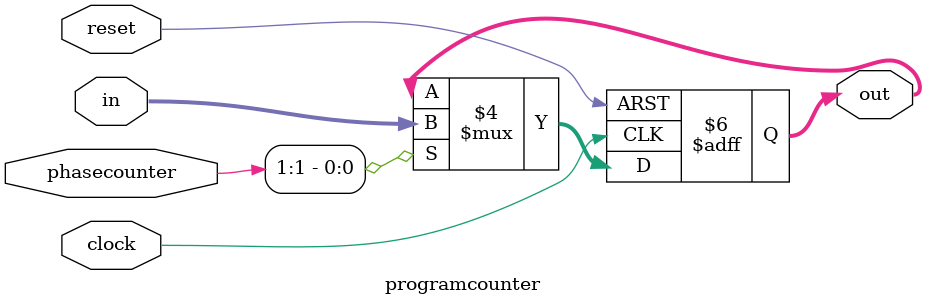
<source format=v>
module programcounter (
	input clock,
	input reset,
	input [15:0] in,
	input [4:0] phasecounter,
	output reg [15:0] out
);

	always @(posedge clock or negedge reset) begin
		if (reset == 1'b0) begin
			out <= 16'b0;
		end else if(phasecounter[1] == 1'b1) begin
			out <= in;
		end
	end
endmodule
</source>
